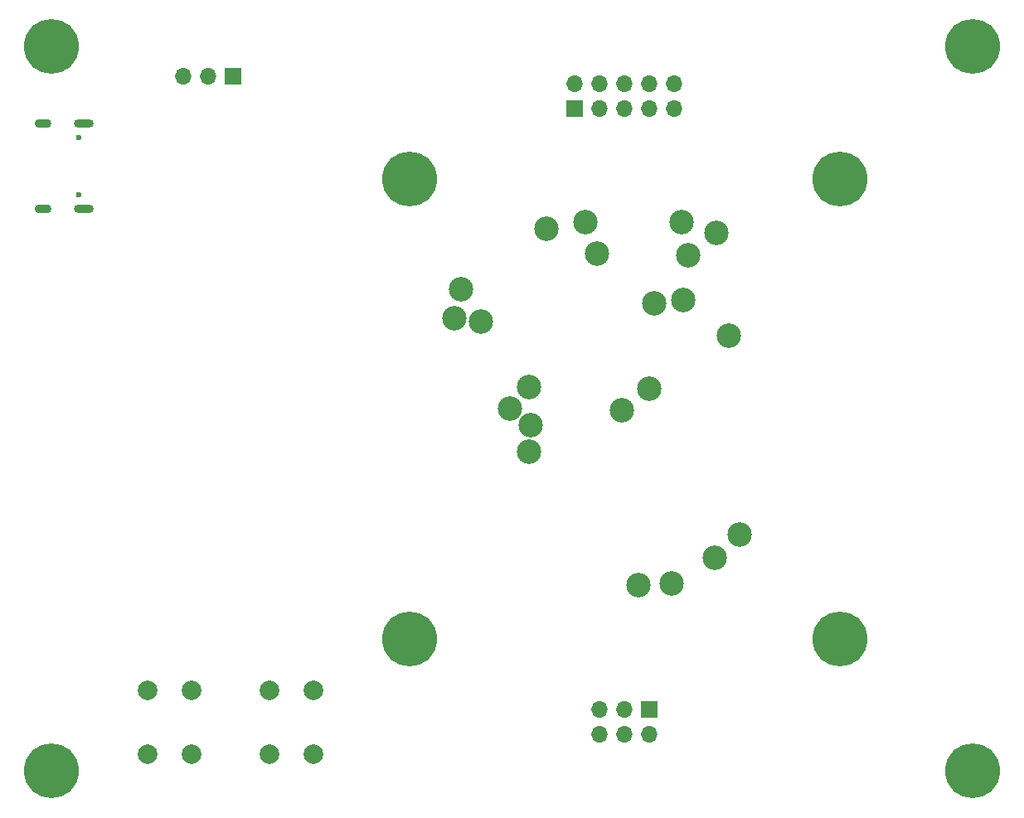
<source format=gbr>
%TF.GenerationSoftware,KiCad,Pcbnew,7.0.1*%
%TF.CreationDate,2023-12-25T16:17:55+00:00*%
%TF.ProjectId,watch_test_rig,77617463-685f-4746-9573-745f7269672e,rev?*%
%TF.SameCoordinates,Original*%
%TF.FileFunction,Soldermask,Bot*%
%TF.FilePolarity,Negative*%
%FSLAX46Y46*%
G04 Gerber Fmt 4.6, Leading zero omitted, Abs format (unit mm)*
G04 Created by KiCad (PCBNEW 7.0.1) date 2023-12-25 16:17:55*
%MOMM*%
%LPD*%
G01*
G04 APERTURE LIST*
%ADD10O,1.700000X1.700000*%
%ADD11R,1.700000X1.700000*%
%ADD12C,2.000000*%
%ADD13C,3.600000*%
%ADD14C,5.600000*%
%ADD15C,2.500000*%
%ADD16C,0.600000*%
%ADD17O,2.000000X0.900000*%
%ADD18O,1.700000X0.900000*%
G04 APERTURE END LIST*
D10*
%TO.C,J106*%
X181585000Y-61735000D03*
X181585000Y-64275000D03*
X179045000Y-61735000D03*
X179045000Y-64275000D03*
X176505000Y-61735000D03*
X176505000Y-64275000D03*
X173965000Y-61735000D03*
X173965000Y-64275000D03*
X171425000Y-61735000D03*
D11*
X171425000Y-64275000D03*
%TD*%
D12*
%TO.C,SW102*%
X127750000Y-130250000D03*
X127750000Y-123750000D03*
X132250000Y-130250000D03*
X132250000Y-123750000D03*
%TD*%
D13*
%TO.C,H108*%
X198500000Y-118500000D03*
D14*
X198500000Y-118500000D03*
%TD*%
D15*
%TO.C,PP116*%
X187100000Y-87500000D03*
%TD*%
%TO.C,PP107*%
X176200000Y-95100000D03*
%TD*%
D12*
%TO.C,SW101*%
X140250000Y-130250000D03*
X140250000Y-123750000D03*
X144750000Y-130250000D03*
X144750000Y-123750000D03*
%TD*%
D11*
%TO.C,SW103*%
X136540000Y-61000000D03*
D10*
X134000000Y-61000000D03*
X131460000Y-61000000D03*
%TD*%
D13*
%TO.C,H106*%
X198500000Y-71500000D03*
D14*
X198500000Y-71500000D03*
%TD*%
D15*
%TO.C,PP111*%
X182300000Y-75900000D03*
%TD*%
%TO.C,PP110*%
X185900000Y-77000000D03*
%TD*%
D13*
%TO.C,H104*%
X118000000Y-58000000D03*
D14*
X118000000Y-58000000D03*
%TD*%
D13*
%TO.C,H102*%
X212000000Y-132000000D03*
D14*
X212000000Y-132000000D03*
%TD*%
D15*
%TO.C,PP112*%
X183000000Y-79300000D03*
%TD*%
%TO.C,PP114*%
X164800000Y-95000000D03*
%TD*%
D11*
%TO.C,J105*%
X179025000Y-125725000D03*
D10*
X179025000Y-128265000D03*
X176485000Y-125725000D03*
X176485000Y-128265000D03*
X173945000Y-125725000D03*
X173945000Y-128265000D03*
%TD*%
D15*
%TO.C,PP119*%
X168500000Y-76600000D03*
%TD*%
D13*
%TO.C,H103*%
X118000000Y-132000000D03*
D14*
X118000000Y-132000000D03*
%TD*%
D15*
%TO.C,PP122*%
X181300000Y-112800000D03*
%TD*%
D13*
%TO.C,H107*%
X154500000Y-118500000D03*
D14*
X154500000Y-118500000D03*
%TD*%
D15*
%TO.C,PP108*%
X159800000Y-82800000D03*
%TD*%
%TO.C,PP120*%
X185700000Y-110200000D03*
%TD*%
%TO.C,PP113*%
X161800000Y-86100000D03*
%TD*%
%TO.C,PP118*%
X172500000Y-75900000D03*
%TD*%
%TO.C,PP105*%
X179000000Y-92900000D03*
%TD*%
%TO.C,PP101*%
X166900000Y-96700000D03*
%TD*%
%TO.C,PP115*%
X182500000Y-83900000D03*
%TD*%
D13*
%TO.C,H105*%
X154500000Y-71500000D03*
D14*
X154500000Y-71500000D03*
%TD*%
D15*
%TO.C,PP102*%
X166700000Y-99400000D03*
%TD*%
%TO.C,PP106*%
X159100000Y-85700000D03*
%TD*%
%TO.C,PP121*%
X188200000Y-107800000D03*
%TD*%
D16*
%TO.C,J103*%
X120780000Y-67310000D03*
X120780000Y-73090000D03*
D17*
X121270000Y-65875000D03*
X121270000Y-74525000D03*
D18*
X117100000Y-65875000D03*
X117100000Y-74525000D03*
%TD*%
D13*
%TO.C,H101*%
X212000000Y-58000000D03*
D14*
X212000000Y-58000000D03*
%TD*%
D15*
%TO.C,PP104*%
X179500000Y-84200000D03*
%TD*%
%TO.C,PP117*%
X177900000Y-113000000D03*
%TD*%
%TO.C,PP103*%
X166700000Y-92800000D03*
%TD*%
%TO.C,PP109*%
X173700000Y-79100000D03*
%TD*%
M02*

</source>
